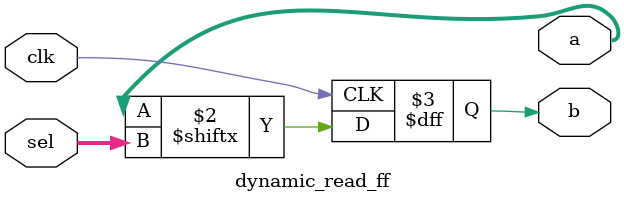
<source format=sv>
module dynamic_read_ff(input logic clk,
                       input logic[5:0] sel,
                       output logic[3:0] a,
                       output logic b);

always_ff @ (posedge clk)
 b = a[sel];

endmodule

</source>
